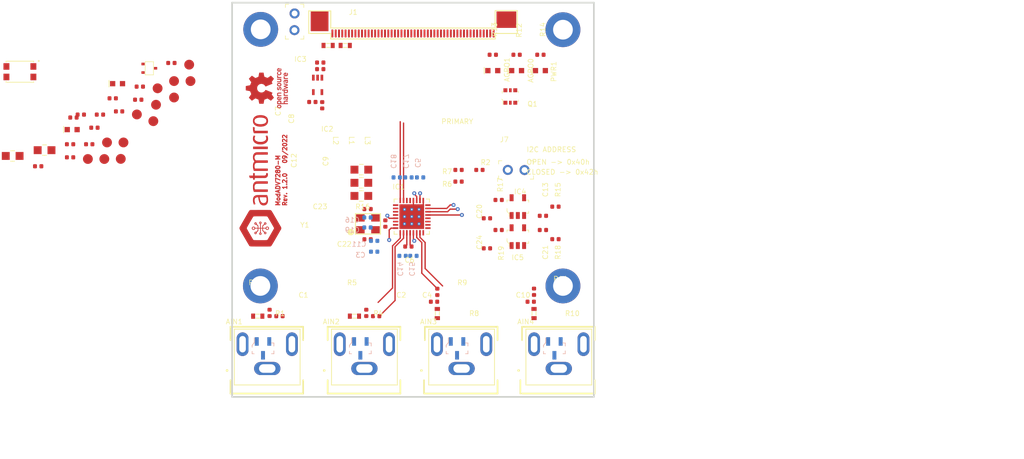
<source format=kicad_pcb>
(kicad_pcb (version 20211014) (generator pcbnew)
  (title_block (title "ModADV7280-M") (rev "1.2.0"))
  (layers (0 "F.Cu" signal) (1 "In1.Cu" power) (2 "In2.Cu" power) (31 "B.Cu" signal) (34 "B.Paste" user) (35 "F.Paste" user) (36 "B.SilkS" user "B.Silkscreen") (37 "F.SilkS" user "F.Silkscreen") (38 "B.Mask" user) (39 "F.Mask" user) (44 "Edge.Cuts" user))
  (net 0 "")
  (net 1 "Net-(AGPO0-Pad2)")
  (net 2 "Net-(AGPO0-Pad1)")
  (net 3 "Net-(AGPO1-Pad2)")
  (net 4 "Net-(AGPO1-Pad1)")
  (net 5 "GND")
  (net 6 "/AIN1_ESD")
  (net 7 "/AIN2_ESD")
  (net 8 "/AIN3_ESD")
  (net 9 "/AIN4_ESD")
  (net 10 "Net-(C1-Pad1)")
  (net 11 "/AIN1")
  (net 12 "Net-(C2-Pad1)")
  (net 13 "/AIN2")
  (net 14 "PVDD_1V8")
  (net 15 "Net-(C4-Pad1)")
  (net 16 "/AIN3")
  (net 17 "3V3_SYS")
  (net 18 "/VREFN")
  (net 19 "/VREFP")
  (net 20 "Net-(C9-Pad1)")
  (net 21 "Net-(C10-Pad1)")
  (net 22 "/AIN4")
  (net 23 "Net-(C13-Pad1)")
  (net 24 "AVDD_1V8")
  (net 25 "DVDD_1V8")
  (net 26 "Net-(C21-Pad1)")
  (net 27 "/XTAL_N")
  (net 28 "/XTAL_P")
  (net 29 "1V8_SYS")
  (net 34 "Net-(C12-Pad1)")
  (net 35 "Net-(C25-Pad1)")
  (net 36 "5V_SYS")
  (net 37 "Net-(IC1-Pad5)")
  (net 38 "Net-(IC1-Pad6)")
  (net 39 "/AGPO1")
  (net 40 "/AGPO0")
  (net 41 "/CSI_A_D0_P")
  (net 42 "/CSI_A_D0_N")
  (net 43 "/CSI_A_CLK_P")
  (net 44 "/CSI_A_CLK_N")
  (net 49 "/RESET")
  (net 50 "/ALSB")
  (net 51 "/SDA")
  (net 52 "/SCL")
  (net 53 "/PWRDWN")
  (net 57 "Net-(PWR1-Pad1)")
  (net 58 "Net-(PWR2-Pad1)")
  (net 59 "Net-(PWR3-Pad2)")
  (net 60 "Net-(PWR3-Pad1)")
  (net 61 "Net-(J1-Pad39)")
  (net 62 "Net-(J1-Pad40)")
  (net 63 "Net-(J1-Pad25)")
  (net 64 "Net-(J1-Pad26)")
  (net 65 "Net-(J1-Pad28)")
  (net 66 "Net-(J1-Pad29)")
  (net 67 "/RST_IN")
  (footprint "antmicro-footprints:PinHeader_1x2_P2.54_Drill0.9mm" (layer "F.Cu") (at 121.2 57.53 -90)
    (fp_text reference "J2" hide)
    (fp_text value "61300211121" hide)
  )
  (footprint "antmicro-footprints:SW_SPST_4.2x2.8" (layer "F.Cu") (at 79.44 66.395)
    (fp_text reference "S1" hide)
    (fp_text value "KMR2" hide)
  )
  (footprint "antmicro-footprints:SOT-363" (layer "F.Cu") (at 153.99999 70.16469)
    (fp_text reference "Q1" hide)
    (fp_text value "NX3008NBKS_2" hide)
  )
  (footprint "antmicro-footprints:0402-cap" (layer "F.Cu") (at 102.47 65.065)
    (fp_text reference "C27" hide)
    (fp_text value "C_1u_0402" hide)
  )
  (footprint "antmicro-footprints:SC-70-5" (layer "F.Cu") (at 124.7 68.4 180)
    (fp_text reference "IC2" hide)
    (fp_text value "TLV70018" hide)
  )
  (footprint "antmicro-footprints:0402-res" (layer "F.Cu") (at 117.4 103.1 -90)
    (fp_text reference "R3" hide)
    (fp_text value "R_51R_0402" hide)
  )
  (footprint "antmicro-footprints:0402-res" (layer "F.Cu") (at 154.95249 63.81469)
    (fp_text reference "R12" hide)
    (fp_text value "R_470R_0402" hide)
  )
  (footprint "antmicro-footprints:0402-res" (layer "F.Cu") (at 87.07 77.435)
    (fp_text reference "R21" hide)
    (fp_text value "R_0R_0402" hide)
  )
  (footprint "antmicro-footprints:0402-res" (layer "F.Cu") (at 135 89.5 90)
    (fp_text reference "R16" hide)
    (fp_text value "R_1M0_0402" hide)
  )
  (footprint "antmicro-footprints:PJRAN1X1U01X" (layer "F.Cu") (at 161.36598 111.56669)
    (fp_text reference "AIN4" hide)
    (fp_text value "PJRAN1X1U01X" hide)
  )
  (footprint "antmicro-footprints:9774030243R" (layer "F.Cu") (at 161.95 60.05)
    (fp_text reference "MP3" hide)
    (fp_text value "9774030243R" hide)
  )
  (footprint "antmicro-footprints:0603-res" (layer "F.Cu") (at 157.6 103.2 90)
    (fp_text reference "R10" hide)
    (fp_text value "R_24R_0603" hide)
  )
  (footprint "antmicro-footprints:TP-R-1.5" (layer "F.Cu") (at 102.875 70.32)
    (fp_text reference "TP5" hide)
    (fp_text value "TP" hide)
  )
  (footprint "antmicro-footprints:0402-res" (layer "F.Cu") (at 93.55 70.445)
    (fp_text reference "R29" hide)
    (fp_text value "R_1k_0402" hide)
  )
  (footprint "antmicro-footprints:0402-cap" (layer "F.Cu") (at 125.1 66)
    (fp_text reference "C7" hide)
    (fp_text value "C_100n_0402" hide)
  )
  (footprint "antmicro-footprints:9774030243R" (layer "F.Cu") (at 116 60)
    (fp_text reference "MP1" hide)
    (fp_text value "9774030243R" hide)
  )
  (footprint "antmicro-footprints:0402-cap" (layer "F.Cu") (at 142.9 99.9 90)
    (fp_text reference "C4" hide)
    (fp_text value "C_100n_0402" hide)
  )
  (footprint "antmicro-footprints:SC70-3" (layer "F.Cu") (at 99.115 65.87)
    (fp_text reference "Q2" hide)
    (fp_text value "BSS138APW" hide)
  )
  (footprint "antmicro-footprints:0402-res" (layer "F.Cu") (at 152.22199 90.48469)
    (fp_text reference "R19" hide)
    (fp_text value "R_100k_0402" hide)
  )
  (footprint "antmicro-footprints:0805-res" (layer "F.Cu") (at 131.35 81.3)
    (fp_text reference "FB3" hide)
    (fp_text value "742792022" hide)
  )
  (footprint "antmicro-footprints:PinHeader_1x2_P2.54_Drill0.9mm" (layer "F.Cu") (at 153.61899 81.34069)
    (fp_text reference "J7" hide)
    (fp_text value "61300211121" hide)
  )
  (footprint "antmicro-footprints:0402-cap" (layer "F.Cu") (at 138.5 93 180)
    (fp_text reference "C6" hide)
    (fp_text value "C_100n_0402" hide)
  )
  (footprint "antmicro-footprints:0402-res" (layer "F.Cu") (at 132.1 103.1 -90)
    (fp_text reference "R5" hide)
    (fp_text value "R_51R_0402" hide)
  )
  (footprint "antmicro-footprints:LED_0603" (layer "F.Cu") (at 87.39 75.205)
    (fp_text reference "PWR3" hide)
    (fp_text value "KP-1608ZGC" hide)
  )
  (footprint "antmicro-footprints:0402-cap" (layer "F.Cu") (at 132.3 91.9)
    (fp_text reference "C22" hide)
    (fp_text value "C_10p_0402" hide)
  )
  (footprint "antmicro-footprints:SOT-753" (layer "F.Cu") (at 155.14299 86.92869)
    (fp_text reference "IC4" hide)
    (fp_text value "SN74AUP1G17DCKR" hide)
  )
  (footprint "antmicro-footprints:TP-R-1.5" (layer "F.Cu") (at 92.275 79.68)
    (fp_text reference "TP9" hide)
    (fp_text value "TP" hide)
  )
  (footprint "antmicro-footprints:0402-res" (layer "F.Cu") (at 160.85799 86.9287)
    (fp_text reference "R15" hide)
    (fp_text value "R_22k_0402" hide)
  )
  (footprint "antmicro-footprints:antmicro-logo_scaled_20mm" (layer "F.Cu") (at 116.186231 83.00427 90)
    (fp_text reference "N1" hide)
    (fp_text value "antmicro_logo" hide)
  )
  (footprint "antmicro-footprints:9774030243R" (layer "F.Cu") (at 161.95 99.05)
    (fp_text reference "MP4" hide)
    (fp_text value "9774030243R" hide)
  )
  (footprint "antmicro-footprints:0402-res" (layer "F.Cu") (at 151.33299 63.81469)
    (fp_text reference "R13" hide)
    (fp_text value "R_470R_0402" hide)
  )
  (footprint "antmicro-footprints:0402-cap" (layer "F.Cu") (at 133.6 103.6)
    (fp_text reference "C2" hide)
    (fp_text value "C_100n_0402" hide)
  )
  (footprint "antmicro-footprints:oshw-logo" (layer "F.Cu") (at 116.986231 68.90427 90)
    (fp_text reference "N2" hide)
    (fp_text value "oshw_logo" hide)
  )
  (footprint "antmicro-footprints:TP-R-1.5" (layer "F.Cu") (at 105.375 67.82)
    (fp_text reference "TP13" hide)
    (fp_text value "TP" hide)
  )
  (footprint "antmicro-footprints:0402-res" (layer "F.Cu") (at 97.67 68.665)
    (fp_text reference "R24" hide)
    (fp_text value "R_0R_0402" hide)
  )
  (footprint "antmicro-footprints:0402-res" (layer "F.Cu") (at 158.57199 63.81469)
    (fp_text reference "R14" hide)
    (fp_text value "R_470R_0402" hide)
  )
  (footprint "antmicro-footprints:0805-res" (layer "F.Cu") (at 83.19 78.335)
    (fp_text reference "FB1" hide)
    (fp_text value "742792022" hide)
  )
  (footprint "antmicro-footprints:0603-res" (layer "F.Cu") (at 115.6 103.6)
    (fp_text reference "R1" hide)
    (fp_text value "R_24R_0603" hide)
  )
  (footprint "antmicro-footprints:LED_0603" (layer "F.Cu") (at 158.57199 66.22769)
    (fp_text reference "PWR1" hide)
    (fp_text value "KP-1608ZGC" hide)
  )
  (footprint "antmicro-footprints:WE_68715014522_ONE-SIDE" (layer "F.Cu") (at 139.2 61.175 180)
    (fp_text reference "J1" hide)
    (fp_text value "WE_68715014522_ONE-SIDE" hide)
  )
  (footprint "antmicro-footprints:0805-res" (layer "F.Cu") (at 78.34 79.215)
    (fp_text reference "FB2" hide)
    (fp_text value "742792022" hide)
  )
  (footprint "antmicro-footprints:0603-cap" (layer "F.Cu") (at 126.3 62.4 180)
    (fp_text reference "C25" hide)
    (fp_text value "C_1u_0603" hide)
  )
  (footprint "antmicro-footprints:TP-R-1.5" (layer "F.Cu") (at 102.875 67.82)
    (fp_text reference "TP1" hide)
    (fp_text value "TP" hide)
  )
  (footprint "antmicro-footprints:TP-R-1.5" (layer "F.Cu") (at 105.175 65.32)
    (fp_text reference "TP10" hide)
    (fp_text value "TP" hide)
  )
  (footprint "antmicro-footprints:0603-res" (layer "F.Cu") (at 130.3 103.6)
    (fp_text reference "R4" hide)
    (fp_text value "R_24R_0603" hide)
  )
  (footprint "antmicro-footprints:PJRAN1X1U01X" (layer "F.Cu") (at 117.04299 111.56669)
    (fp_text reference "AIN1" hide)
    (fp_text value "PJRAN1X1U01X" hide)
  )
  (footprint "antmicro-footprints:0603-res" (layer "F.Cu") (at 142.9 103.2 90)
    (fp_text reference "R8" hide)
    (fp_text value "R_24R_0603" hide)
  )
  (footprint "antmicro-footprints:0805-res" (layer "F.Cu") (at 131.35 83.3)
    (fp_text reference "FB4" hide)
    (fp_text value "742792022" hide)
  )
  (footprint "antmicro-footprints:0402-res" (layer "F.Cu") (at 146.12599 81.34069)
    (fp_text reference "R7" hide)
    (fp_text value "R_4k7_0402" hide)
  )
  (footprint "antmicro-footprints:0402-res" (layer "F.Cu") (at 90.77 74.915)
    (fp_text reference "R25" hide)
    (fp_text value "R_0R_0402" hide)
  )
  (footprint "antmicro-footprints:0402-res" (layer "F.Cu") (at 94.52 72.435)
    (fp_text reference "R20" hide)
    (fp_text value "R_0R_0402" hide)
  )
  (footprint "antmicro-footprints:LED_0603" (layer "F.Cu") (at 94.29 68.215)
    (fp_text reference "PWR2" hide)
    (fp_text value "KP-1608ZGC" hide)
  )
  (footprint "antmicro-footprints:0402-cap" (layer "F.Cu") (at 97.43 70.655)
    (fp_text reference "C28" hide)
    (fp_text value "C_1u_0402" hide)
  )
  (footprint "antmicro-footprints:0402-res" (layer "F.Cu") (at 160.85799 91.88169)
    (fp_text reference "R18" hide)
    (fp_text value "R_100k_0402" hide)
  )
  (footprint "antmicro-footprints:0603-cap" (layer "F.Cu") (at 128.9 62.4)
    (fp_text reference "C12" hide)
    (fp_text value "C_1u_0603" hide)
  )
  (footprint "antmicro-footprints:TP-R-1.5" (layer "F.Cu") (at 94.775 79.66)
    (fp_text reference "TP6" hide)
    (fp_text value "TP" hide)
  )
  (footprint "antmicro-footprints:0402-res" (layer "F.Cu") (at 146.12599 83.11869)
    (fp_text reference "R6" hide)
    (fp_text value "R_4k7_0402" hide)
  )
  (footprint "antmicro-footprints:0402-res" (layer "F.Cu") (at 152.22199 85.91269)
    (fp_text reference "R17" hide)
    (fp_text value "R_100k_0402" hide)
  )
  (footprint "antmicro-footprints:LED_0603" (layer "F.Cu") (at 151.33299 66.22769)
    (fp_text reference "AGPO1" hide)
    (fp_text value "KP-1608ZGC" hide)
  )
  (footprint "antmicro-footprints:TP-R-1.5" (layer "F.Cu") (at 100.135 71.42)
    (fp_text reference "TP8" hide)
    (fp_text value "TP" hide)
  )
  (footprint "antmicro-footprints:SOT-753" (layer "F.Cu") (at 155.14299 91.50069)
    (fp_text reference "IC5" hide)
    (fp_text value "SN74AUP1G17DCKR" hide)
  )
  (footprint "antmicro-footprints:9774030243R" (layer "F.Cu") (at 115.95 99.05)
    (fp_text reference "MP2" hide)
    (fp_text value "9774030243R" hide)
  )
  (footprint "antmicro-footprints:0402-cap" (layer "F.Cu") (at 150.44399 93.27869)
    (fp_text reference "C24" hide)
    (fp_text value "C_100n_0402" hide)
  )
  (footprint "antmicro-footprints:0402-res" (layer "F.Cu") (at 149.30099 81.34069)
    (fp_text reference "R2" hide)
    (fp_text value "R_1k_0402" hide)
  )
  (footprint "antmicro-footprints:0402-cap" (layer "F.Cu") (at 125.1 65 180)
    (fp_text reference "C8" hide)
    (fp_text value "C_1u_0402" hide)
  )
  (footprint "antmicro-footprints:0402-cap" (layer "F.Cu") (at 158.95299 90.4847)
    (fp_text reference "C21" hide)
    (fp_text value "C_100n_0402" hide)
  )
  (footprint "antmicro-footprints:0402-res" (layer "F.Cu") (at 142.4 101.4)
    (fp_text reference "R9" hide)
    (fp_text value "R_51R_0402" hide)
  )
  (footprint "antmicro-footprints:TP-R-1.5" (layer "F.Cu") (at 100.375 68.92)
    (fp_text reference "TP4" hide)
    (fp_text value "TP" hide)
  )
  (footprint "antmicro-footprints:TP-R-1.5" (layer "F.Cu") (at 92.685 77.16)
    (fp_text reference "TP11" hide)
    (fp_text value "TP" hide)
  )
  (footprint "antmicro-footprints:0805-res" (layer "F.Cu") (at 131.35 85.3)
    (fp_text reference "FB5" hide)
    (fp_text value "742792022" hide)
  )
  (footprint "antmicro-footprints:LED_0603" (layer "F.Cu") (at 154.95249 66.22769)
    (fp_text reference "AGPO0" hide)
    (fp_text value "KP-1608ZGC" hide)
  )
  (footprint "antmicro-footprints:0402-cap" (layer "F.Cu") (at 150.44399 88.70669)
    (fp_text reference "C20" hide)
    (fp_text value "C_100n_0402" hide)
  )
  (footprint "antmicro-footprints:TP-R-1.5" (layer "F.Cu") (at 95.185 77.16)
    (fp_text reference "TP7" hide)
    (fp_text value "TP" hide)
  )
  (footprint "antmicro-footprints:TP-R-1.5" (layer "F.Cu") (at 89.775 79.68)
    (fp_text reference "TP12" hide)
    (fp_text value "TP" hide)
  )
  (footprint "antmicro-footprints:TP-R-1.5" (layer "F.Cu") (at 99.725 73.92)
    (fp_text reference "TP3" hide)
    (fp_text value "TP" hide)
  )
  (footprint "antmicro-footprints:0402-cap" (layer "F.Cu") (at 132.3 87.3 180)
    (fp_text reference "C23" hide)
    (fp_text value "C_10p_0402" hide)
  )
  (footprint "antmicro-footprints:LFCSP-32-1EP-5x5mm" (layer "F.Cu") (at 139.01399 88.45269 -90)
    (fp_text reference "IC1" hide)
    (fp_text value "ADV7280BCPZ-M" hide)
  )
  (footprint "antmicro-footprints:KX-7" (layer "F.Cu") (at 132.3 89.5)
    (fp_text reference "Y1" hide)
    (fp_text value "ABM8G-28.63636MHZ-18-D2Y-T" hide)
  )
  (footprint "antmicro-footprints:0402-res" (layer "F.Cu") (at 87.58 73.37)
    (fp_text reference "R26" hide)
    (fp_text value "R_470R_0402" hide)
  )
  (footprint "antmicro-footprints:TP-R-1.5" (layer "F.Cu") (at 97.225 72.9)
    (fp_text reference "TP2" hide)
    (fp_text value "TP" hide)
  )
  (footprint "antmicro-footprints:PJRAN1X1U01X" (layer "F.Cu") (at 146.59165 111.56669)
    (fp_text reference "AIN3" hide)
    (fp_text value "PJRAN1X1U01X" hide)
  )
  (footprint "antmicro-footprints:PJRAN1X1U01X" (layer "F.Cu") (at 131.81732 111.56669)
    (fp_text reference "AIN2" hide)
    (fp_text value "PJRAN1X1U01X" hide)
  )
  (footprint "antmicro-footprints:0402-res" (layer "F.Cu") (at 89.98 77.435)
    (fp_text reference "R27" hide)
    (fp_text value "R_1k_0402" hide)
  )
  (footprint "antmicro-footprints:0402-cap" (layer "F.Cu") (at 123.9 71 180)
    (fp_text reference "C9" hide)
    (fp_text value "C_1u_0402" hide)
  )
  (footprint "antmicro-footprints:0402-res" (layer "F.Cu") (at 157.1 101.4)
    (fp_text reference "R11" hide)
    (fp_text value "R_51R_0402" hide)
  )
  (footprint "antmicro-footprints:0402-cap" (layer "F.Cu") (at 88.7 72.925)
    (fp_text reference "C26" hide)
    (fp_text value "C_100n_0402" hide)
  )
  (footprint "antmicro-footprints:0402-cap" (layer "F.Cu") (at 118.9 103.6)
    (fp_text reference "C1" hide)
    (fp_text value "C_100n_0402" hide)
  )
  (footprint "antmicro-footprints:0402-res" (layer "F.Cu") (at 91.61 72.925)
    (fp_text reference "R23" hide)
    (fp_text value "R_0R_0402" hide)
  )
  (footprint "antmicro-footprints:0402-res" (layer "F.Cu") (at 125.4 71.5 -90)
    (fp_text reference "R30" hide)
    (fp_text value "R_0R_0402" hide)
  )
  (footprint "antmicro-footprints:0402-res" (layer "F.Cu") (at 82.22 80.785)
    (fp_text reference "R22" hide)
    (fp_text value "R_0R_0402" hide)
  )
  (footprint "antmicro-footprints:0402-res" (layer "F.Cu") (at 87.07 79.425)
    (fp_text reference "R28" hide)
    (fp_text value "R_100k_0402" hide)
  )
  (footprint "antmicro-footprints:0402-cap" (layer "F.Cu") (at 157.6 99.885 90)
    (fp_text reference "C10" hide)
    (fp_text value "C_100n_0402" hide)
  )
  (footprint "antmicro-footprints:0402-cap" (layer "F.Cu") (at 158.95299 88.32569)
    (fp_text reference "C13" hide)
    (fp_text value "C_100n_0402" hide)
  )
  (footprint "antmicro-footprints:0402-cap" (layer "B.Cu") (at 139.26799 94.42169)
    (fp_text reference "C15" hide)
    (fp_text value "C_10n_0402" hide)
  )
  (footprint "antmicro-footprints:0402-cap" (layer "B.Cu") (at 133.29899 93.78669)
    (fp_text reference "C3" hide)
    (fp_text value "C_100n_0402" hide)
  )
  (footprint "antmicro-footprints:0402-cap" (layer "B.Cu") (at 132.28299 90.10369)
    (fp_text reference "C19" hide)
    (fp_text value "C_10n_0402" hide)
  )
  (footprint "antmicro-footprints:SOT-23-3" (layer "B.Cu") (at 145.9 108.5 -90)
    (fp_text reference "D3" hide)
    (fp_text value "PESD1CAN_215" hide)
  )
  (footprint "antmicro-footprints:SOT-23-3" (layer "B.Cu") (at 116.4 108.5 -90)
    (fp_text reference "D1" hide)
    (fp_text value "PESD1CAN_215" hide)
  )
  (footprint "antmicro-footprints:0402-cap" (layer "B.Cu") (at 133.29899 92.13569)
    (fp_text reference "C11" hide)
    (fp_text value "C_10n_0402" hide)
  )
  (footprint "antmicro-footprints:0402-cap" (layer "B.Cu") (at 132.28299 88.57969)
    (fp_text reference "C16" hide)
    (fp_text value "C_100n_0402" hide)
  )
  (footprint "antmicro-footprints:0402-cap" (layer "B.Cu") (at 138.50599 82.48369)
    (fp_text reference "C17" hide)
    (fp_text value "C_100n_0402" hide)
  )
  (footprint "antmicro-footprints:0402-cap" (layer "B.Cu") (at 136.72799 82.48369)
    (fp_text reference "C18" hide)
    (fp_text value "C_10n_0402" hide)
  )
  (footprint "antmicro-footprints:SOT-23-3" (layer "B.Cu") (at 131.2 108.5 -90)
    (fp_text reference "D2" hide)
    (fp_text value "PESD1CAN_215" hide)
  )
  (footprint "antmicro-footprints:SOT-23-3" (layer "B.Cu") (at 160.7 108.5 -90)
    (fp_text reference "D4" hide)
    (fp_text value "PESD1CAN_215" hide)
  )
  (footprint "antmicro-footprints:0402-cap" (layer "B.Cu") (at 137.61699 94.42169)
    (fp_text reference "C14" hide)
    (fp_text value "C_100n_0402" hide)
  )
  (footprint "antmicro-footprints:0402-cap" (layer "B.Cu") (at 140.28399 82.48369)
    (fp_text reference "C5" hide)
    (fp_text value "C_100n_0402" hide)
  )
  (gr_line (start 155.77798 115.37669) (end 166.82698 115.37669) (layer "F.SilkS") (width 0.254))
  (gr_line (start 126.22932 107.24869) (end 126.22932 105.21669) (layer "F.SilkS") (width 0.254))
  (gr_line (start 111.45499 115.37669) (end 111.45499 113.34469) (layer "F.SilkS") (width 0.254))
  (gr_line (start 152.05265 115.37669) (end 152.05265 113.34469) (layer "F.SilkS") (width 0.254))
  (gr_line (start 141.00365 115.37669) (end 152.05265 115.37669) (layer "F.SilkS") (width 0.254))
  (gr_line (start 155.77798 105.21669) (end 166.82698 105.21669) (layer "F.SilkS") (width 0.254))
  (gr_line (start 111.45499 105.21669) (end 122.50399 105.21669) (layer "F.SilkS") (width 0.254))
  (gr_line (start 152.05265 107.24869) (end 152.05265 105.21669) (layer "F.SilkS") (width 0.254))
  (gr_line (start 111.45499 115.37669) (end 122.50399 115.37669) (layer "F.SilkS") (width 0.254))
  (gr_line (start 155.77798 107.24869) (end 155.77798 105.21669) (layer "F.SilkS") (width 0.254))
  (gr_line (start 141.00365 105.21669) (end 152.05265 105.21669) (layer "F.SilkS") (width 0.254))
  (gr_line (start 122.50399 115.37669) (end 122.50399 113.34469) (layer "F.SilkS") (width 0.254))
  (gr_line (start 126.22932 115.37669) (end 126.22932 113.34469) (layer "F.SilkS") (width 0.254))
  (gr_line (start 111.45499 107.24869) (end 111.45499 105.21669) (layer "F.SilkS") (width 0.254))
  (gr_line (start 166.82698 115.37669) (end 166.82698 113.34469) (layer "F.SilkS") (width 0.254))
  (gr_line (start 155.52398 115.37669) (end 155.52398 113.34469) (layer "F.SilkS") (width 0.254))
  (gr_line (start 122.50399 107.24869) (end 122.50399 105.21669) (layer "F.SilkS") (width 0.254))
  (gr_line (start 141.00365 107.24869) (end 141.00365 105.21669) (layer "F.SilkS") (width 0.254))
  (gr_line (start 137.27832 107.24869) (end 137.27832 105.21669) (layer "F.SilkS") (width 0.254))
  (gr_line (start 126.22932 115.37669) (end 137.27832 115.37669) (layer "F.SilkS") (width 0.254))
  (gr_line (start 137.27832 115.37669) (end 137.27832 113.34469) (layer "F.SilkS") (width 0.254))
  (gr_line (start 126.22932 105.21669) (end 137.27832 105.21669) (layer "F.SilkS") (width 0.254))
  (gr_line (start 166.82698 107.24869) (end 166.82698 105.21669) (layer "F.SilkS") (width 0.254))
  (gr_line (start 140.87665 115.37669) (end 140.87665 113.34469) (layer "F.SilkS") (width 0.254))
  (gr_line (start 111.7 115.88469) (end 111.7 55.88469) (layer "Edge.Cuts") (width 0.254))
  (gr_line (start 166.7 115.88469) (end 166.7 55.88469) (layer "Edge.Cuts") (width 0.254))
  (gr_line (start 111.7 55.88469) (end 166.7 55.88469) (layer "Edge.Cuts") (width 0.254))
  (gr_line (start 111.7 115.88469) (end 166.7 115.88469) (layer "Edge.Cuts") (width 0.254))
  (gr_text "${TITLE}\nRev. ${REVISION}   09/2022" (at 119.2 86.9 90) (layer "F.Cu") (effects (font (size 0.65 0.65)) (justify left)))
  (gr_text "C3" (at 132.02899 94.29469) (layer "B.SilkS") (effects (font (size 0.762 0.762) (thickness 0.1)) (justify left mirror)))
  (gr_text "C17" (at 138.12499 81.21369 270) (layer "B.SilkS") (effects (font (size 0.762 0.762) (thickness 0.1)) (justify left mirror)))
  (gr_text "C14" (at 137.23599 97.59669 270) (layer "B.SilkS") (effects (font (size 0.762 0.762) (thickness 0.1)) (justify left mirror)))
  (gr_text "C19" (at 131.13999 90.48469) (layer "B.SilkS") (effects (font (size 0.762 0.762) (thickness 0.1)) (justify left mirror)))
  (gr_text "C5" (at 139.90299 81.08669 270) (layer "B.SilkS") (effects (font (size 0.762 0.762) (thickness 0.1)) (justify left mirror)))
  (gr_text "C15" (at 139.01399 97.59669 270) (layer "B.SilkS") (effects (font (size 0.762 0.762) (thickness 0.1)) (justify left mirror)))
  (gr_text "C11" (at 132.15599 92.64369) (layer "B.SilkS") (effects (font (size 0.762 0.762) (thickness 0.1)) (justify left mirror)))
  (gr_text "C18" (at 136.21999 81.21369 270) (layer "B.SilkS") (effects (font (size 0.762 0.762) (thickness 0.1)) (justify left mirror)))
  (gr_text "C16" (at 131.13999 88.96069) (layer "B.SilkS") (effects (font (size 0.762 0.762) (thickness 0.1)) (justify left mirror)))
  (gr_text "R2" (at 149.42799 80.19769) (layer "F.SilkS") (effects (font (size 0.762 0.762) (thickness 0.1)) (justify left)))
  (gr_text "C20" (at 149.30099 88.83369 90) (layer "F.SilkS") (effects (font (size 0.762 0.762) (thickness 0.1)) (justify left)))
  (gr_text "R19" (at 152.60299 95.18369 90) (layer "F.SilkS") (effects (font (size 0.762 0.762) (thickness 0.1)) (justify left)))
  (gr_text "J1" (at 129.39399 57.33769) (layer "F.SilkS") (effects (font (size 0.762 0.762) (thickness 0.1)) (justify left)))
  (gr_text "R6" (at 143.58599 83.49969) (layer "F.SilkS") (effects (font (size 0.762 0.762) (thickness 0.1)) (justify left)))
  (gr_text "IC1" (at 136.02946 83.9192) (layer "F.SilkS") (effects (font (size 0.762 0.762) (thickness 0.1)) (justify left)))
  (gr_text "AIN3" (at 140.22046 104.4424) (layer "F.SilkS") (effects (font (size 0.762 0.762) (thickness 0.1)) (justify left)))
  (gr_text "J7" (at 152.36166 76.731) (layer "F.SilkS") (effects (font (size 0.762 0.762) (thickness 0.1)) (justify left)))
  (gr_text "IC2" (at 125.17099 75.11769) (layer "F.SilkS") (effects (font (size 0.762 0.762) (thickness 0.1)) (justify left)))
  (gr_text "R8" (at 147.69232 103.18469) (layer "F.SilkS") (effects (font (size 0.762 0.762) (thickness 0.1)) (justify left)))
  (gr_text "R16" (at 130.39066 86.9418) (layer "F.SilkS") (effects (font (size 0.762 0.762) (thickness 0.1)) (justify left)))
  (gr_text "C7" (at 118.69399 73.21269 90) (layer "F.SilkS") (effects (font (size 0.762 0.762) (thickness 0.1)) (justify left)))
  (gr_text "R1" (at 118.18599 103.18469) (layer "F.SilkS") (effects (font (size 0.762 0.762) (thickness 0.1)) (justify left)))
  (gr_text "C10" (at 154.76199 100.39069) (layer "F.SilkS") (effects (font (size 0.762 0.762) (thickness 0.1)) (justify left)))
  (gr_text "R9" (at 145.88466 98.4988) (layer "F.SilkS") (effects (font (size 0.762 0.762) (thickness 0.1)) (justify left)))
  (gr_text "R3" (at 114.13466 98.4988) (layer "F.SilkS") (effects (font (size 0.762 0.762) (thickness 0.1)) (justify left)))
  (gr_text "C8" (at 120.72599 74.35569 90) (layer "F.SilkS") (effects (font (size 0.762 0.762) (thickness 0.1)) (justify left)))
  (gr_text "OPEN -> 0x40h" (at 156.41299 80.14169) (layer "F.SilkS") (effects (font (size 0.762 0.762) (thickness 0.1)) (justify left)))
  (gr_text "AIN1" (at 110.68026 104.4424) (layer "F.SilkS") (effects (font (size 0.762 0.762) (thickness 0.1)) (justify left)))
  (gr_text "IC3" (at 121.09426 64.4882) (layer "F.SilkS") (effects (font (size 0.762 0.762) (thickness 0.1)) (justify left)))
  (gr_text "R4" (at 133.12965 103.18469) (layer "F.SilkS") (effects (font (size 0.762 0.762) (thickness 0.1)) (justify left)))
  (gr_text "R7" (at 143.58599 81.59469) (layer "F.SilkS") (effects (font (size 0.762 0.762) (thickness 0.1)) (justify left)))
  (gr_text "IC5" (at 154.12699 94.67569) (layer "F.SilkS") (effects (font (size 0.762 0.762) (thickness 0.1)) (justify left)))
  (gr_text "L2" (at 127.45699 76.13369 270) (layer "F.SilkS") (effects (font (size 0.762 0.762) (thickness 0.1)) (justify left)))
  (gr_text "IC4" (at 154.50799 84.64269) (layer "F.SilkS") (effects (font (size 0.762 0.762) (thickness 0.1)) (justify left)))
  (gr_text "Y1" (at 121.99599 89.72269) (layer "F.SilkS") (effects (font (size 0.762 0.762) (thickness 0.1)) (justify left)))
  (gr_text "L3" (at 132.28299 76.13369 270) (layer "F.SilkS") (effects (font (size 0.762 0.762) (thickness 0.1)) (justify left)))
  (gr_text "R17" (at 152.47599 84.76969 90) (layer "F.SilkS") (effects (font (size 0.762 0.762) (thickness 0.1)) (justify left)))
  (gr_text "CLOSED -> 0x42h" (at 156.41299 81.66569) (layer "F.SilkS") (effects (font (size 0.762 0.762) (thickness 0.1)) (justify left)))
  (gr_text "AIN2" (at 125.43766 104.4424) (layer "F.SilkS") (effects (font (size 0.762 0.762) (thickness 0.1)) (justify left)))
  (gr_text "C1" (at 121.74199 100.39069) (layer "F.SilkS") (effects (font (size 0.762 0.762) (thickness 0.1)) (justify left)))
  (gr_text "C12" (at 121.10699 81.08669 90) (layer "F.SilkS") (effects (font (size 0.762 0.762) (thickness 0.1)) (justify left)))
  (gr_text "C21" (at 159.33399 95.05669 90) (layer "F.SilkS") (effects (font (size 0.762 0.762) (thickness 0.1)) (justify left)))
  (gr_text "AGPO1" (at 153.49199 68.00569 90) (layer "F.SilkS") (effects (font (size 0.762 0.762) (thickness 0.1)) (justify left)))
  (gr_text "C23" (at 123.90099 86.92869) (layer "F.SilkS") (effects (font (size 0.762 0.762) (thickness 0.1)) (justify left)))
  (gr_text "C24" (at 149.30099 93.53269 90) (layer "F.SilkS") (effects (font (size 0.762 0.762) (thickness 0.1)) (justify left)))
  (gr_text "C2" (at 136.60099 100.39069) (layer "F.SilkS") (effects (font (size 0.762 0.762) (thickness 0.1)) (justify left)))
  (gr_text "R5" (at 129.12066 98.4988) (layer "F.SilkS") (effects (font (size 0.762 0.762) (thickness 0.1)) (justify left)))
  (gr_text "R13" (at 151.58699 61.14769 90) (layer "F.SilkS") (effects (font (size 0.762 0.762) (thickness 0.1)) (justify left)))
  (gr_text "R10" (at 162.25498 103.18469) (layer "F.SilkS") (effects (font (size 0.762 0.762) (thickness 0.1)) (justify left)))
  (gr_text "C9" (at 125.93299 80.83269 90) (layer "F.SilkS") (effects (font (size 0.762 0.762) (thickness 0.1)) (justify left)))
  (gr_text "R15" (at 161.23899 85.53169 90) (layer "F.SilkS") (effects (font (size 0.762 0.762) (thickness 0.1)) (justify left)))
  (gr_text "Q1" (at 156.53999 71.30769) (layer "F.SilkS") (effects (font (size 0.762 0.762) (thickness 0.1)) (justify left)))
  (gr_text "C6" (at 137.87099 95.05669) (layer "F.SilkS") (effects (font (size 0.762 0.762) (thickness 0.1)) (justify left)))
  (gr_text "PRIMARY" (at 143.45899 73.97469) (layer "F.SilkS") (effects (font (size 0.762 0.762) (thickness 0.1)) (justify left)))
  (gr_text "PWR1" (at 160.60399 68.00569 90) (layer "F.SilkS") (effects (font (size 0.762 0.762) (thickness 0.1)) (justify left)))
  (gr_text "C4" (at 140.53799 100.39069) (layer "F.SilkS") (effects (font (size 0.762 0.762) (thickness 0.1)) (justify left)))
  (gr_text "R14" (at 158.95299 61.14769 90) (layer "F.SilkS") (effects (font (size 0.762 0.762) (thickness 0.1)) (justify left)))
  (gr_text "I2C ADDRESS" (at 156.41299 78.23669) (layer "F.SilkS") (effects (font (size 0.762 0.762) (thickness 0.1)) (justify left)))
  (gr_text "AGPO0" (at 157.11149 68.13278 90) (layer "F.SilkS") (effects (font (size 0.762 0.762) (thickness 0.1)) (justify left)))
  (gr_text "AIN4" (at 155.00326 104.4424) (layer "F.SilkS") (effects (font (size 0.762 0.762) (thickness 0.1)) (justify left)))
  (gr_text "L1" (at 129.86999 76.13369 270) (layer "F.SilkS") (effects (font (size 0.762 0.762) (thickness 0.1)) (justify left)))
  (gr_text "R18" (at 161.23899 95.05669 90) (layer "F.SilkS") (effects (font (size 0.762 0.762) (thickness 0.1)) (justify left)))
  (gr_text "C22" (at 127.58399 92.64369) (layer "F.SilkS") (effects (font (size 0.762 0.762) (thickness 0.1)) (justify left)))
  (gr_text "R11" (at 160.47699 97.94) (layer "F.SilkS") (effects (font (size 0.762 0.762) (thickness 0.1)) (justify left)))
  (gr_text "R12" (at 155.33349 61.27469 90) (layer "F.SilkS") (effects (font (size 0.762 0.762) (thickness 0.1)) (justify left)))
  (gr_text "C13" (at 159.33399 85.53169 90) (layer "F.SilkS") (effects (font (size 0.762 0.762) (thickness 0.1)) (justify left)))
  (segment (start 140.76398 86.70269) (end 140.76398 85.90269) (width 0.2) (layer "F.Cu") (net 5))
  (segment (start 139.26398 87.84914) (end 139.26398 85.90269) (width 0.2) (layer "F.Cu") (net 5))
  (segment (start 140.11399 87.35269) (end 140.76398 86.70269) (width 0.2) (layer "F.Cu") (net 5))
  (segment (start 139.01399 88.45269) (end 140.11399 87.35269) (width 0.2) (layer "F.Cu") (net 5))
  (via (at 137.91399 88.45269) (size 0.5) (drill 0.2) (layers "F.Cu" "B.Cu") (net 5))
  (via (at 139.01399 89.55269) (size 0.5) (drill 0.2) (layers "F.Cu" "B.Cu") (net 5))
  (via (at 137.91399 89.55269) (size 0.5) (drill 0.2) (layers "F.Cu" "B.Cu") (net 5))
  (via (at 139.01399 88.45269) (size 0.5) (drill 0.2) (layers "F.Cu" "B.Cu") (net 5))
  (via (at 137.91399 87.35269) (size 0.5) (drill 0.2) (layers "F.Cu" "B.Cu") (net 5))
  (via (at 139.01399 87.35269) (size 0.5) (drill 0.2) (layers "F.Cu" "B.Cu") (net 5))
  (via (at 140.11399 89.55269) (size 0.5) (drill 0.2) (layers "F.Cu" "B.Cu") (net 5))
  (via (at 140.11399 87.35269) (size 0.5) (drill 0.2) (layers "F.Cu" "B.Cu") (net 5))
  (via (at 140.11399 88.45269) (size 0.5) (drill 0.2) (layers "F.Cu" "B.Cu") (net 5))
  (arc (start 139.01398 88.45269) (mid 139.19901 88.17578) (end 139.26398 87.84914) (width 0.2) (layer "F.Cu") (net 5))
  (segment (start 114.7 103.6) (end 114.81599 103.6) (width 0.2) (layer "F.Cu") (net 6))
  (segment (start 136.09299 92.89769) (end 137.26399 91.72669) (width 0.2) (layer "F.Cu") (net 11))
  (segment (start 137.26399 91.72669) (end 137.26399 91.00269) (width 0.2) (layer "F.Cu") (net 11))
  (segment (start 136.09299 99.30701) (end 136.09299 92.89769) (width 0.2) (layer "F.Cu") (net 11))
  (segment (start 133.9 101.5) (end 136.09299 99.30701) (width 0.2) (layer "F.Cu") (net 11))
  (segment (start 136.47399 101.21101) (end 136.47399 93.02469) (width 0.2) (layer "F.Cu") (net 13))
  (segment (start 136.47399 93.02469) (end 137.76399 91.73469) (width 0.2) (layer "F.Cu") (net 13))
  (segment (start 137.76399 91.73469) (end 137.76399 91.00269) (width 0.2) (layer "F.Cu") (net 13))
  (segment (start 134.085 103.6) (end 136.47399 101.21101) (width 0.2) (layer "F.Cu") (net 13))
  (segment (start 139.26799 92.00869) (end 139.52199 92.00869) (width 0.2) (layer "F.Cu") (net 14))
  (segment (start 139.26398 92.00469) (end 139.26398 91.00269) (width 0.2) (layer "F.Cu") (net 14))
  (segment (start 139.26398 92.00469) (end 139.26799 92.00869) (width 0.2) (layer "F.Cu") (net 14))
  (segment (start 139.39499 92.13569) (end 139.52199 92.00869) (width 0.2) (layer "F.Cu") (net 14))
  (via (at 139.39499 92.13569) (size 0.6) (drill 0.254) (layers "F.Cu" "B.Cu") (net 14))
  (segment (start 140.53799 92.38969) (end 139.76399 91.61569) (width 0.2) (layer "F.Cu") (net 16))
  (segment (start 139.76399 91.61569) (end 139.76399 91.00269) (width 0.2) (layer "F.Cu") (net 16))
  (segment (start 142.9 99.415) (end 140.53799 97.05299) (width 0.2) (layer "F.Cu") (net 16))
  (segment (start 140.53799 97.05299) (end 140.53799 92.38969) (width 0.2) (layer "F.Cu") (net 16))
  (segment (start 140.26399 85.90269) (end 140.26399 84.91669) (width 0.2) (layer "F.Cu") (net 17))
  (segment (start 140.26399 84.91669) (end 140.28399 84.89669) (width 0.2) (layer "F.Cu") (net 17))
  (via (at 140.28399 84.89669) (size 0.6) (drill 0.254) (layers "F.Cu" "B.Cu") (net 17))
  (segment (start 138.76399 92.77899) (end 138.985 93) (width 0.2) (layer "F.Cu") (net 18))
  (segment (start 138.76399 91.00269) (end 138.76399 92.77899) (width 0.2) (layer "F.Cu") (net 18))
  (segment (start 138.26398 92.75102) (end 138.26398 91.00269) (width 0.2) (layer "F.Cu") (net 19))
  (segment (start 138.015 93) (end 138.26398 92.75102) (width 0.2) (layer "F.Cu") (net 19))
  (segment (start 141.04599 92.38969) (end 140.26399 91.60769) (width 0.2) (layer "F.Cu") (net 22))
  (segment (start 140.26399 91.60769) (end 140.26399 91.00269) (width 0.2) (layer "F.Cu") (net 22))
  (segment (start 143.7 99) (end 141.04599 96.34599) (width 0.2) (layer "F.Cu") (net 22))
  (segment (start 141.04599 96.34599) (end 141.04599 92.38969) (width 0.2) (layer "F.Cu") (net 22))
  (segment (start 135.58499 90.48469) (end 135.86699 90.20269) (width 0.2) (layer "F.Cu") (net 24))
  (segment (start 135.58499 92.00869) (end 135.58499 90.48469) (width 0.2) (layer "F.Cu") (net 24))
  (segment (start 135.86699 90.20269) (end 136.46399 90.20269) (width 0.2) (layer "F.Cu") (net 24))
  (via (at 135.58499 92.00869) (size 0.6) (drill 0.254) (layers "F.Cu" "B.Cu") (net 24))
  (segment (start 135.3 88.3) (end 135.3 88.4137) (width 0.2) (layer "F.Cu") (net 25))
  (segment (start 135.58899 88.70269) (end 136.46399 88.70269) (width 0.2) (layer "F.Cu") (net 25))
  (segment (start 135.3 88.4137) (end 135.58899 88.70269) (width 0.2) (layer "F.Cu") (net 25))
  (segment (start 139.39499 85.02369) (end 139.39499 84.89669) (width 0.2) (layer "F.Cu") (net 25))
  (segment (start 139.39499 85.02369) (end 139.76399 85.39269) (width 0.2) (layer "F.Cu") (net 25))
  (segment (start 139.76399 85.90269) (end 139.76399 85.39269) (width 0.2) (layer "F.Cu") (net 25))
  (via (at 135.3 88.3) (size 0.6) (drill 0.254) (layers "F.Cu" "B.Cu") (net 25))
  (via (at 139.39499 84.89669) (size 0.6) (drill 0.254) (layers "F.Cu" "B.Cu") (net 25))
  (segment (start 137.76399 85.90269) (end 137.76399 74.20869) (width 0.2) (layer "F.Cu") (net 39))
  (segment (start 137.26399 85.90269) (end 137.26399 74.00159) (width 0.2) (layer "F.Cu") (net 40))
  (segment (start 141.56399 88.20269) (end 146.62998 88.20269) (width 0.2) (layer "F.Cu") (net 50))
  (segment (start 146.62998 88.20269) (end 146.63399 88.19869) (width 0.2) (layer "F.Cu") (net 50))
  (via (at 146.63399 88.19869) (size 0.6) (drill 0.254) (layers "F.Cu" "B.Cu") (net 50))
  (segment (start 144.85599 87.30969) (end 145.99899 87.30969) (width 0.2) (layer "F.Cu") (net 51))
  (segment (start 141.56399 87.70269) (end 144.46299 87.70269) (width 0.2) (layer "F.Cu") (net 51))
  (segment (start 144.46299 87.70269) (end 144.85599 87.30969) (width 0.2) (layer "F.Cu") (net 51))
  (via (at 145.99899 87.30969) (size 0.6) (drill 0.254) (layers "F.Cu" "B.Cu") (net 51))
  (segment (start 144.85599 86.67469) (end 145.36399 86.67469) (width 0.2) (layer "F.Cu") (net 52))
  (segment (start 141.56399 87.20269) (end 144.32799 87.20269) (width 0.2) (layer "F.Cu") (net 52))
  (segment (start 144.32799 87.20269) (end 144.85599 86.67469) (width 0.2) (layer "F.Cu") (net 52))
  (via (at 145.36399 86.67469) (size 0.6) (drill 0.254) (layers "F.Cu" "B.Cu") (net 52))
)
</source>
